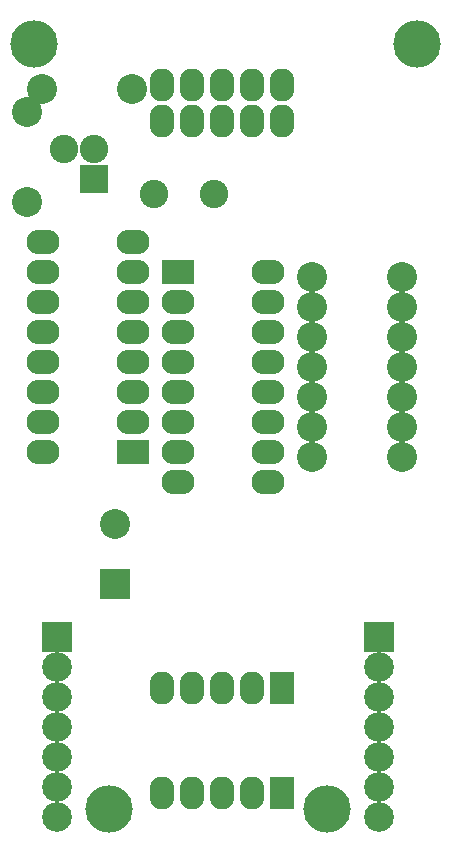
<source format=gts>
G04 (created by PCBNEW-RS274X (2011-12-21 BZR 3253)-stable) date 15/03/2013 12:04:59*
G01*
G70*
G90*
%MOIN*%
G04 Gerber Fmt 3.4, Leading zero omitted, Abs format*
%FSLAX34Y34*%
G04 APERTURE LIST*
%ADD10C,0.006000*%
%ADD11R,0.098700X0.098700*%
%ADD12C,0.098700*%
%ADD13R,0.082000X0.110000*%
%ADD14O,0.082000X0.110000*%
%ADD15R,0.110000X0.082000*%
%ADD16O,0.110000X0.082000*%
%ADD17R,0.095000X0.095000*%
%ADD18C,0.095000*%
%ADD19C,0.100000*%
%ADD20R,0.100000X0.100000*%
%ADD21C,0.157800*%
G04 APERTURE END LIST*
G54D10*
G54D11*
X12750Y-31000D03*
G54D12*
X12750Y-32000D03*
X12750Y-33000D03*
X12750Y-34000D03*
X12750Y-35000D03*
X12750Y-36000D03*
X12750Y-37000D03*
G54D13*
X20250Y-32700D03*
G54D14*
X19250Y-32700D03*
X18250Y-32700D03*
X17250Y-32700D03*
X16250Y-32700D03*
X16250Y-13800D03*
X17250Y-13800D03*
X18250Y-13800D03*
X19250Y-13800D03*
X20250Y-13800D03*
G54D11*
X23500Y-31000D03*
G54D12*
X23500Y-32000D03*
X23500Y-33000D03*
X23500Y-34000D03*
X23500Y-35000D03*
X23500Y-36000D03*
X23500Y-37000D03*
G54D15*
X15300Y-24850D03*
G54D16*
X15300Y-23850D03*
X15300Y-22850D03*
X15300Y-21850D03*
X15300Y-20850D03*
X15300Y-19850D03*
X15300Y-18850D03*
X15300Y-17850D03*
X12300Y-17850D03*
X12300Y-18850D03*
X12300Y-19850D03*
X12300Y-20850D03*
X12300Y-21850D03*
X12300Y-22850D03*
X12300Y-23850D03*
X12300Y-24850D03*
G54D17*
X14000Y-15750D03*
G54D18*
X14000Y-14750D03*
X13000Y-14750D03*
G54D19*
X11750Y-16500D03*
X11750Y-13500D03*
X15250Y-12750D03*
X12250Y-12750D03*
G54D20*
X14700Y-29250D03*
G54D19*
X14700Y-27250D03*
G54D18*
X16000Y-16250D03*
X18000Y-16250D03*
G54D15*
X16800Y-18850D03*
G54D16*
X16800Y-19850D03*
X16800Y-20850D03*
X16800Y-21850D03*
X16800Y-22850D03*
X16800Y-23850D03*
X16800Y-24850D03*
X16800Y-25850D03*
X19800Y-25850D03*
X19800Y-24850D03*
X19800Y-23850D03*
X19800Y-22850D03*
X19800Y-21850D03*
X19800Y-20850D03*
X19800Y-19850D03*
X19800Y-18850D03*
G54D21*
X24750Y-11250D03*
X12000Y-11250D03*
X14500Y-36750D03*
X21750Y-36750D03*
G54D19*
X21250Y-19000D03*
X24250Y-19000D03*
X21250Y-20000D03*
X24250Y-20000D03*
X21250Y-21000D03*
X24250Y-21000D03*
X21250Y-22000D03*
X24250Y-22000D03*
X21250Y-23000D03*
X24250Y-23000D03*
X21250Y-24000D03*
X24250Y-24000D03*
X21250Y-25000D03*
X24250Y-25000D03*
G54D13*
X20250Y-36200D03*
G54D14*
X19250Y-36200D03*
X18250Y-36200D03*
X17250Y-36200D03*
X16250Y-36200D03*
X16250Y-12600D03*
X17250Y-12600D03*
X18250Y-12600D03*
X19250Y-12600D03*
X20250Y-12600D03*
M02*

</source>
